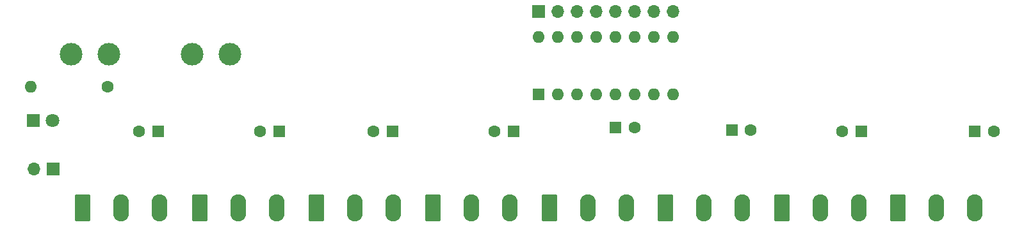
<source format=gbs>
%TF.GenerationSoftware,KiCad,Pcbnew,(6.0.7)*%
%TF.CreationDate,2023-01-05T15:51:32-03:00*%
%TF.ProjectId,EMAC2.0_ext_PCB,454d4143-322e-4305-9f65-78745f504342,rev?*%
%TF.SameCoordinates,Original*%
%TF.FileFunction,Soldermask,Bot*%
%TF.FilePolarity,Negative*%
%FSLAX46Y46*%
G04 Gerber Fmt 4.6, Leading zero omitted, Abs format (unit mm)*
G04 Created by KiCad (PCBNEW (6.0.7)) date 2023-01-05 15:51:32*
%MOMM*%
%LPD*%
G01*
G04 APERTURE LIST*
G04 Aperture macros list*
%AMRoundRect*
0 Rectangle with rounded corners*
0 $1 Rounding radius*
0 $2 $3 $4 $5 $6 $7 $8 $9 X,Y pos of 4 corners*
0 Add a 4 corners polygon primitive as box body*
4,1,4,$2,$3,$4,$5,$6,$7,$8,$9,$2,$3,0*
0 Add four circle primitives for the rounded corners*
1,1,$1+$1,$2,$3*
1,1,$1+$1,$4,$5*
1,1,$1+$1,$6,$7*
1,1,$1+$1,$8,$9*
0 Add four rect primitives between the rounded corners*
20,1,$1+$1,$2,$3,$4,$5,0*
20,1,$1+$1,$4,$5,$6,$7,0*
20,1,$1+$1,$6,$7,$8,$9,0*
20,1,$1+$1,$8,$9,$2,$3,0*%
G04 Aperture macros list end*
%ADD10R,1.600000X1.600000*%
%ADD11C,1.600000*%
%ADD12R,1.800000X1.800000*%
%ADD13C,1.800000*%
%ADD14O,1.600000X1.600000*%
%ADD15RoundRect,0.249999X-0.790001X-1.550001X0.790001X-1.550001X0.790001X1.550001X-0.790001X1.550001X0*%
%ADD16O,2.080000X3.600000*%
%ADD17C,3.000000*%
%ADD18R,1.700000X1.700000*%
%ADD19O,1.700000X1.700000*%
G04 APERTURE END LIST*
D10*
%TO.C,C1*%
X74000000Y-117000000D03*
D11*
X71500000Y-117000000D03*
%TD*%
D10*
%TO.C,C2*%
X90000000Y-117000000D03*
D11*
X87500000Y-117000000D03*
%TD*%
D10*
%TO.C,C3*%
X105000000Y-117000000D03*
D11*
X102500000Y-117000000D03*
%TD*%
D10*
%TO.C,C4*%
X121000000Y-117000000D03*
D11*
X118500000Y-117000000D03*
%TD*%
D10*
%TO.C,C5*%
X134500000Y-116500000D03*
D11*
X137000000Y-116500000D03*
%TD*%
D10*
%TO.C,C6*%
X149860000Y-116840000D03*
D11*
X152360000Y-116840000D03*
%TD*%
D10*
%TO.C,C7*%
X167000000Y-117000000D03*
D11*
X164500000Y-117000000D03*
%TD*%
D10*
%TO.C,C8*%
X182000000Y-117000000D03*
D11*
X184500000Y-117000000D03*
%TD*%
D12*
%TO.C,D3*%
X57500000Y-115500000D03*
D13*
X60040000Y-115500000D03*
%TD*%
D11*
%TO.C,R7*%
X67310000Y-111090000D03*
D14*
X57150000Y-111090000D03*
%TD*%
D15*
%TO.C,J1*%
X64085800Y-127148100D03*
D16*
X69165800Y-127148100D03*
X74245800Y-127148100D03*
%TD*%
D15*
%TO.C,J2*%
X79518000Y-127148100D03*
D16*
X84598000Y-127148100D03*
X89678000Y-127148100D03*
%TD*%
D15*
%TO.C,J3*%
X94920000Y-127148100D03*
D16*
X100000000Y-127148100D03*
X105080000Y-127148100D03*
%TD*%
D15*
%TO.C,J4*%
X110379000Y-127159000D03*
D16*
X115459000Y-127159000D03*
X120539000Y-127159000D03*
%TD*%
D15*
%TO.C,J5*%
X125746000Y-127159000D03*
D16*
X130826000Y-127159000D03*
X135906000Y-127159000D03*
%TD*%
D15*
%TO.C,J6*%
X141113000Y-127146000D03*
D16*
X146193000Y-127146000D03*
X151273000Y-127146000D03*
%TD*%
D15*
%TO.C,J7*%
X156480000Y-127159000D03*
D16*
X161560000Y-127159000D03*
X166640000Y-127159000D03*
%TD*%
D15*
%TO.C,J8*%
X171847000Y-127159000D03*
D16*
X176927000Y-127159000D03*
X182007000Y-127159000D03*
%TD*%
D17*
%TO.C,F1*%
X78560000Y-106740000D03*
X83560000Y-106740000D03*
X67560000Y-106740000D03*
X62560000Y-106740000D03*
%TD*%
D18*
%TO.C,JSPI2*%
X124325000Y-101050000D03*
D19*
X126865000Y-101050000D03*
X129405000Y-101050000D03*
X131945000Y-101050000D03*
X134485000Y-101050000D03*
X137025000Y-101050000D03*
X139565000Y-101050000D03*
X142105000Y-101050000D03*
%TD*%
D18*
%TO.C,JCapa2*%
X60130000Y-122000000D03*
D19*
X57590000Y-122000000D03*
%TD*%
D10*
%TO.C,U6*%
X124340000Y-112110000D03*
D14*
X126880000Y-112110000D03*
X129420000Y-112110000D03*
X131960000Y-112110000D03*
X134500000Y-112110000D03*
X137040000Y-112110000D03*
X139580000Y-112110000D03*
X142120000Y-112110000D03*
X142120000Y-104490000D03*
X139580000Y-104490000D03*
X137040000Y-104490000D03*
X134500000Y-104490000D03*
X131960000Y-104490000D03*
X129420000Y-104490000D03*
X126880000Y-104490000D03*
X124340000Y-104490000D03*
%TD*%
M02*

</source>
